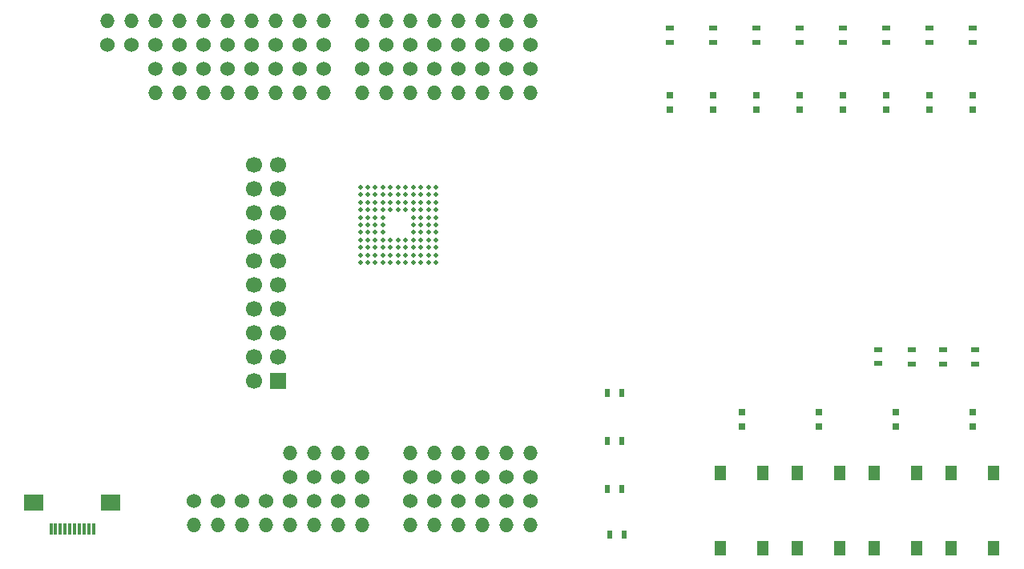
<source format=gbr>
G04 #@! TF.FileFunction,Soldermask,Top*
%FSLAX46Y46*%
G04 Gerber Fmt 4.6, Leading zero omitted, Abs format (unit mm)*
G04 Created by KiCad (PCBNEW 4.0.6) date Tuesday 03. October 2017 15.24.42*
%MOMM*%
%LPD*%
G01*
G04 APERTURE LIST*
%ADD10C,0.100000*%
%ADD11R,2.000000X1.800000*%
%ADD12R,0.300000X1.300000*%
%ADD13O,1.524000X1.524000*%
%ADD14R,1.700000X1.700000*%
%ADD15C,1.700000*%
%ADD16C,0.480000*%
%ADD17R,0.500000X0.900000*%
%ADD18R,0.900000X0.500000*%
%ADD19C,1.524000*%
%ADD20C,1.523000*%
%ADD21R,1.300000X1.550000*%
%ADD22R,0.800000X0.800000*%
G04 APERTURE END LIST*
D10*
D11*
X138047000Y-124647200D03*
D12*
X139847000Y-127397200D03*
X140347000Y-127397200D03*
X140847000Y-127397200D03*
X141347000Y-127397200D03*
X141847000Y-127397200D03*
X142347000Y-127397200D03*
X142847000Y-127397200D03*
X143347000Y-127397200D03*
X143847000Y-127397200D03*
D11*
X146147000Y-124647200D03*
D12*
X144347000Y-127397200D03*
D13*
X168656000Y-73660000D03*
X166116000Y-73660000D03*
X163576000Y-73660000D03*
X161036000Y-73660000D03*
X158496000Y-73660000D03*
X155956000Y-73660000D03*
X153416000Y-73660000D03*
X150876000Y-73660000D03*
X148336000Y-73660000D03*
X145796000Y-73660000D03*
X154940000Y-127000000D03*
X157480000Y-127000000D03*
X160020000Y-127000000D03*
X162560000Y-127000000D03*
X165100000Y-127000000D03*
X167640000Y-127000000D03*
X170180000Y-127000000D03*
X172720000Y-127000000D03*
X190500000Y-73660000D03*
X187960000Y-73660000D03*
X185420000Y-73660000D03*
X182880000Y-73660000D03*
X180340000Y-73660000D03*
X177800000Y-73660000D03*
X175260000Y-73660000D03*
X172720000Y-73660000D03*
X168656000Y-81280000D03*
X166116000Y-81280000D03*
X163576000Y-81280000D03*
X161036000Y-81280000D03*
X158496000Y-81280000D03*
X155956000Y-81280000D03*
X153416000Y-81280000D03*
X150876000Y-81280000D03*
X190500000Y-81280000D03*
X187960000Y-81280000D03*
X185420000Y-81280000D03*
X182880000Y-81280000D03*
X180340000Y-81280000D03*
X177800000Y-81280000D03*
X175260000Y-81280000D03*
X172720000Y-81280000D03*
X177800000Y-127000000D03*
X180340000Y-127000000D03*
X182880000Y-127000000D03*
X185420000Y-127000000D03*
X187960000Y-127000000D03*
X190500000Y-127000000D03*
X165100000Y-119380000D03*
X167640000Y-119380000D03*
X170180000Y-119380000D03*
X172720000Y-119380000D03*
X177800000Y-119380000D03*
X180340000Y-119380000D03*
X182880000Y-119380000D03*
X185420000Y-119380000D03*
X187960000Y-119380000D03*
X190500000Y-119380000D03*
D14*
X163830000Y-111760000D03*
D15*
X161290000Y-111760000D03*
X163830000Y-109220000D03*
X161290000Y-109220000D03*
X163830000Y-106680000D03*
X161290000Y-106680000D03*
X163830000Y-104140000D03*
X161290000Y-104140000D03*
X163830000Y-101600000D03*
X161290000Y-101600000D03*
X163830000Y-99060000D03*
X161290000Y-99060000D03*
X163830000Y-96520000D03*
X161290000Y-96520000D03*
X163830000Y-93980000D03*
X161290000Y-93980000D03*
X163830000Y-91440000D03*
X161290000Y-91440000D03*
X163830000Y-88900000D03*
X161290000Y-88900000D03*
D16*
X172530000Y-91250000D03*
X173330000Y-91250000D03*
X174130000Y-91250000D03*
X174930000Y-91250000D03*
X175730000Y-91250000D03*
X176530000Y-91250000D03*
X177330000Y-91250000D03*
X178130000Y-91250000D03*
X178930000Y-91250000D03*
X179730000Y-91250000D03*
X180530000Y-91250000D03*
X172530000Y-92050000D03*
X173330000Y-92050000D03*
X174130000Y-92050000D03*
X174930000Y-92050000D03*
X175730000Y-92050000D03*
X176530000Y-92050000D03*
X177330000Y-92050000D03*
X178130000Y-92050000D03*
X178930000Y-92050000D03*
X179730000Y-92050000D03*
X180530000Y-92050000D03*
X172530000Y-92850000D03*
X173330000Y-92850000D03*
X174130000Y-92850000D03*
X174930000Y-92850000D03*
X175730000Y-92850000D03*
X176530000Y-92850000D03*
X177330000Y-92850000D03*
X178130000Y-92850000D03*
X178930000Y-92850000D03*
X179730000Y-92850000D03*
X180530000Y-92850000D03*
X172530000Y-93650000D03*
X173330000Y-93650000D03*
X174130000Y-93650000D03*
X174930000Y-93650000D03*
X175730000Y-93650000D03*
X176530000Y-93650000D03*
X177330000Y-93650000D03*
X178130000Y-93650000D03*
X178930000Y-93650000D03*
X179730000Y-93650000D03*
X180530000Y-93650000D03*
X172530000Y-94450000D03*
X173330000Y-94450000D03*
X174130000Y-94450000D03*
X174930000Y-94450000D03*
X178130000Y-94450000D03*
X178930000Y-94450000D03*
X179730000Y-94450000D03*
X180530000Y-94450000D03*
X172530000Y-95250000D03*
X173330000Y-95250000D03*
X174130000Y-95250000D03*
X174930000Y-95250000D03*
X178130000Y-95250000D03*
X178930000Y-95250000D03*
X179730000Y-95250000D03*
X180530000Y-95250000D03*
X172530000Y-96050000D03*
X173330000Y-96050000D03*
X174130000Y-96050000D03*
X174930000Y-96050000D03*
X178130000Y-96050000D03*
X178930000Y-96050000D03*
X179730000Y-96050000D03*
X180530000Y-96050000D03*
X172530000Y-96850000D03*
X173330000Y-96850000D03*
X174130000Y-96850000D03*
X174930000Y-96850000D03*
X175730000Y-96850000D03*
X176530000Y-96850000D03*
X177330000Y-96850000D03*
X178130000Y-96850000D03*
X178930000Y-96850000D03*
X179730000Y-96850000D03*
X180530000Y-96850000D03*
X172530000Y-97650000D03*
X173330000Y-97650000D03*
X174130000Y-97650000D03*
X174930000Y-97650000D03*
X175730000Y-97650000D03*
X176530000Y-97650000D03*
X177330000Y-97650000D03*
X178130000Y-97650000D03*
X178930000Y-97650000D03*
X179730000Y-97650000D03*
X180530000Y-97650000D03*
X172530000Y-98450000D03*
X173330000Y-98450000D03*
X174130000Y-98450000D03*
X174930000Y-98450000D03*
X175730000Y-98450000D03*
X176530000Y-98450000D03*
X177330000Y-98450000D03*
X178130000Y-98450000D03*
X178930000Y-98450000D03*
X179730000Y-98450000D03*
X180530000Y-98450000D03*
X172530000Y-99250000D03*
X173330000Y-99250000D03*
X174130000Y-99250000D03*
X174930000Y-99250000D03*
X175730000Y-99250000D03*
X176530000Y-99250000D03*
X177330000Y-99250000D03*
X178130000Y-99250000D03*
X178930000Y-99250000D03*
X179730000Y-99250000D03*
X180530000Y-99250000D03*
D17*
X200394000Y-128016000D03*
X198894000Y-128016000D03*
D18*
X227279200Y-109919200D03*
X227279200Y-108419200D03*
X230784400Y-109970000D03*
X230784400Y-108470000D03*
X234137200Y-109970000D03*
X234137200Y-108470000D03*
X237490000Y-109970000D03*
X237490000Y-108470000D03*
D17*
X200140000Y-123190000D03*
X198640000Y-123190000D03*
X200140000Y-118110000D03*
X198640000Y-118110000D03*
X200140000Y-113030000D03*
X198640000Y-113030000D03*
D18*
X237236000Y-75934000D03*
X237236000Y-74434000D03*
X232664000Y-75934000D03*
X232664000Y-74434000D03*
X228092000Y-75934000D03*
X228092000Y-74434000D03*
X223520000Y-75934000D03*
X223520000Y-74434000D03*
X218948000Y-75934000D03*
X218948000Y-74434000D03*
X214376000Y-75934000D03*
X214376000Y-74434000D03*
X209804000Y-75934000D03*
X209804000Y-74434000D03*
X205232000Y-75934000D03*
X205232000Y-74434000D03*
D19*
X165100000Y-121920000D03*
X167640000Y-121920000D03*
X170180000Y-121920000D03*
X172720000Y-121920000D03*
X182880000Y-121920000D03*
X180340000Y-121920000D03*
X177800000Y-121920000D03*
X185420000Y-121920000D03*
X187960000Y-121920000D03*
X190500000Y-121920000D03*
D20*
X150876000Y-78740000D03*
D19*
X153416000Y-78740000D03*
X155956000Y-78740000D03*
X158496000Y-78740000D03*
X161036000Y-78740000D03*
X163576000Y-78740000D03*
X166116000Y-78740000D03*
X168656000Y-78740000D03*
X172720000Y-78740000D03*
X175260000Y-78740000D03*
X177800000Y-78740000D03*
X180340000Y-78740000D03*
X182880000Y-78740000D03*
X185420000Y-78740000D03*
X187960000Y-78740000D03*
X190500000Y-78740000D03*
X190500000Y-124460000D03*
X187960000Y-124460000D03*
X185420000Y-124460000D03*
X177800000Y-124460000D03*
X180340000Y-124460000D03*
X182880000Y-124460000D03*
X172720000Y-124460000D03*
X170180000Y-124460000D03*
X167640000Y-124460000D03*
X162560000Y-124460000D03*
X160020000Y-124460000D03*
X190500000Y-76200000D03*
X187960000Y-76200000D03*
X185420000Y-76200000D03*
X182880000Y-76200000D03*
X180340000Y-76200000D03*
X177800000Y-76200000D03*
X175260000Y-76200000D03*
X172720000Y-76200000D03*
X168656000Y-76200000D03*
X166116000Y-76200000D03*
X163576000Y-76200000D03*
X161036000Y-76200000D03*
X158496000Y-76200000D03*
X155956000Y-76200000D03*
X153416000Y-76200000D03*
D20*
X150876000Y-76200000D03*
D19*
X165100000Y-124460000D03*
X148336000Y-76200000D03*
X145796000Y-76200000D03*
X157480000Y-124460000D03*
X154940000Y-124460000D03*
D21*
X215102000Y-129451000D03*
X215102000Y-121501000D03*
X210602000Y-121501000D03*
X210602000Y-129451000D03*
X223230000Y-129451000D03*
X223230000Y-121501000D03*
X218730000Y-121501000D03*
X218730000Y-129451000D03*
X231358000Y-129451000D03*
X231358000Y-121501000D03*
X226858000Y-121501000D03*
X226858000Y-129451000D03*
X239486000Y-129451000D03*
X239486000Y-121501000D03*
X234986000Y-121501000D03*
X234986000Y-129451000D03*
D22*
X212852000Y-115024000D03*
X212852000Y-116624000D03*
X220980000Y-115024000D03*
X220980000Y-116624000D03*
X229108000Y-115024000D03*
X229108000Y-116624000D03*
X237236000Y-115024000D03*
X237236000Y-116624000D03*
X237236000Y-81496000D03*
X237236000Y-83096000D03*
X232664000Y-81496000D03*
X232664000Y-83096000D03*
X228092000Y-81496000D03*
X228092000Y-83096000D03*
X223520000Y-81496000D03*
X223520000Y-83096000D03*
X218948000Y-81496000D03*
X218948000Y-83096000D03*
X214376000Y-81496000D03*
X214376000Y-83096000D03*
X209804000Y-81496000D03*
X209804000Y-83096000D03*
X205232000Y-81496000D03*
X205232000Y-83096000D03*
M02*

</source>
